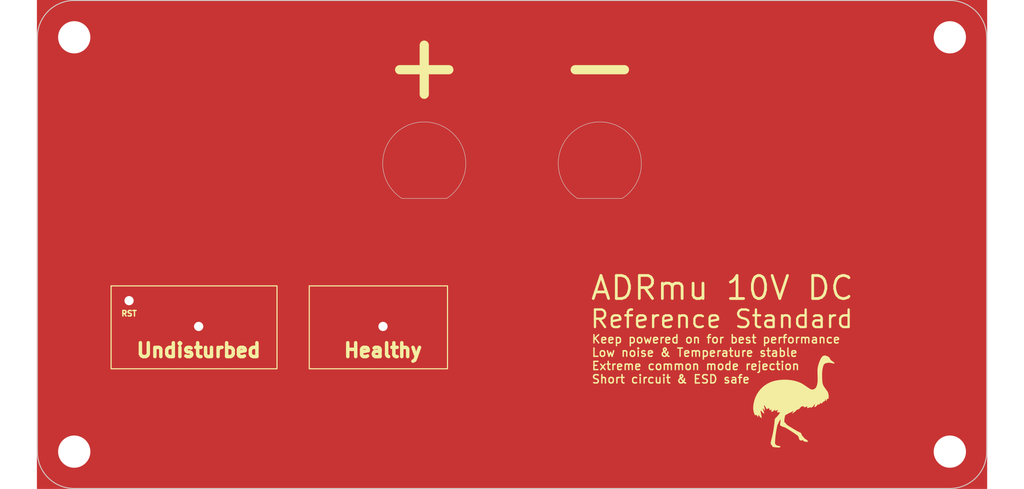
<source format=kicad_pcb>
(kicad_pcb (version 20211014) (generator pcbnew)
  (title_block (title "ADRmu") (date "2022-11-28") (rev "0.8") (company "RPG"))
  (layers (0 "F.Cu" signal) (31 "B.Cu" signal) (34 "B.Paste" user) (35 "F.Paste" user) (36 "B.SilkS" user "B.Silkscreen") (37 "F.SilkS" user "F.Silkscreen") (38 "B.Mask" user) (39 "F.Mask" user) (44 "Edge.Cuts" user))
  (net 0 "")
  (footprint "MountingHole:MountingHole_2.1mm" (layer "F.Cu") (at 189 119)
    (fp_text reference "REF**" hide)
    (fp_text value "MountingHole_2.1mm")
    (pad "" np_thru_hole circle (at 0 0) (size 3.5 3.5) (drill 3.5) (layers F&B.Cu *.Mask))
  )
  (footprint "MountingHole:MountingHole_2.1mm" (layer "F.Cu") (at 107.5 105.402298)
    (fp_text reference "REF**" hide)
    (fp_text value "MountingHole_2.1mm")
    (pad "" np_thru_hole circle (at 0 0) (size 1 1) (drill 1) (layers F&B.Cu *.Mask))
  )
  (footprint "MountingHole:MountingHole_2.1mm" (layer "F.Cu") (at 94 74)
    (fp_text reference "REF**" hide)
    (fp_text value "MountingHole_2.1mm")
    (pad "" np_thru_hole circle (at 0 0) (size 3.5 3.5) (drill 3.5) (layers F&B.Cu *.Mask))
  )
  (footprint "MountingHole:MountingHole_2.1mm" (layer "F.Cu") (at 99.94955 102.604)
    (fp_text reference "REF**" hide)
    (fp_text value "MountingHole_2.1mm" hide)
    (pad "" np_thru_hole circle (at 0 0) (size 1 1) (drill 1) (layers F&B.Cu *.Mask))
  )
  (footprint "MountingHole:MountingHole_2.1mm" (layer "F.Cu") (at 94 119)
    (fp_text reference "REF**" hide)
    (fp_text value "MountingHole_2.1mm")
    (pad "" np_thru_hole circle (at 0 0) (size 3.5 3.5) (drill 3.5) (layers F&B.Cu *.Mask))
  )
  (footprint "MountingHole:MountingHole_2.1mm" (layer "F.Cu") (at 127.5 105.402298)
    (fp_text reference "REF**" hide)
    (fp_text value "MountingHole_2.1mm")
    (pad "" np_thru_hole circle locked (at 0 0) (size 1 1) (drill 1) (layers F&B.Cu *.Mask))
  )
  (footprint "ADRmu_Library:osmu_logo" (layer "F.Cu") (at 171 113.2)
    (fp_text reference "G***" hide)
    (fp_text value "LOGO" hide)
  )
  (footprint "MountingHole:MountingHole_2.1mm" (layer "F.Cu") (at 189 74)
    (fp_text reference "REF**" hide)
    (fp_text value "MountingHole_2.1mm")
    (pad "" np_thru_hole circle (at 0 0) (size 3.5 3.5) (drill 3.5) (layers F&B.Cu *.Mask))
  )
  (gr_rect (start 90 70) (end 193 123) (layer "F.Cu") (width 0.1) (fill solid))
  (gr_rect (start 98 110) (end 116 101) (layer "F.SilkS") (width 0.12) (fill none))
  (gr_rect (start 119.5 110) (end 134.5 101) (layer "F.SilkS") (width 0.12) (fill none))
  (gr_line (start 94 70) (end 189 70) (layer "Edge.Cuts") (width 0.1))
  (gr_line (start 148.6 91.5) (end 153.45 91.5) (layer "Edge.Cuts") (width 0.05))
  (gr_line (start 193 74) (end 193 119) (layer "Edge.Cuts") (width 0.1))
  (gr_arc (start 90 74) (mid 91.171583 71.171583) (end 94 70) (layer "Edge.Cuts") (width 0.1))
  (gr_arc (start 193 119) (mid 191.834303 121.834303) (end 189 123) (layer "Edge.Cuts") (width 0.1))
  (gr_line (start 189 123) (end 94 123) (layer "Edge.Cuts") (width 0.1))
  (gr_arc (start 148.6 91.5) (mid 151.025 83.19216) (end 153.45 91.5) (layer "Edge.Cuts") (width 0.05))
  (gr_line (start 129.55 91.5) (end 134.4 91.5) (layer "Edge.Cuts") (width 0.05))
  (gr_arc (start 189 70) (mid 191.828427 71.171573) (end 193 74) (layer "Edge.Cuts") (width 0.1))
  (gr_line (start 90 119) (end 90 74) (layer "Edge.Cuts") (width 0.1))
  (gr_arc (start 94 123) (mid 91.165721 121.834279) (end 90 119) (layer "Edge.Cuts") (width 0.1))
  (gr_arc (start 129.55 91.5) (mid 131.975 83.19216) (end 134.4 91.5) (layer "Edge.Cuts") (width 0.05))
  (gr_text "+" (at 131.975 77) (layer "F.SilkS") (effects (font (size 7 7) (thickness 1))))
  (gr_text "Reference Standard" (at 149.876601 104.6) (layer "F.SilkS") (effects (font (size 1.91 1.92) (thickness 0.25)) (justify left)))
  (gr_text "-" (at 151.025 77) (layer "F.SilkS") (effects (font (size 7 7) (thickness 1))))
  (gr_text "Healthy" (at 127.5 108) (layer "F.SilkS") (effects (font (size 1.5 1.5) (thickness 0.375))))
  (gr_text "Undisturbed" (at 107.5 108) (layer "F.SilkS") (effects (font (size 1.5 1.5) (thickness 0.375))))
  (gr_text "ADRmu 10V DC\n\n" (at 149.876601 103.240917) (layer "F.SilkS") (effects (font (size 2.5 2.5) (thickness 0.3)) (justify left)))
  (gr_text "RST" (at 99.94955 104) (layer "F.SilkS") (effects (font (size 0.6 0.6))))
  (gr_text "Keep powered on for best performance\nLow noise & Temperature stable\nExtreme common mode rejection\nShort circuit & ESD safe" (at 150.076601 108.959083) (layer "F.SilkS") (effects (font (size 0.9 0.9)) (justify left)))
)
</source>
